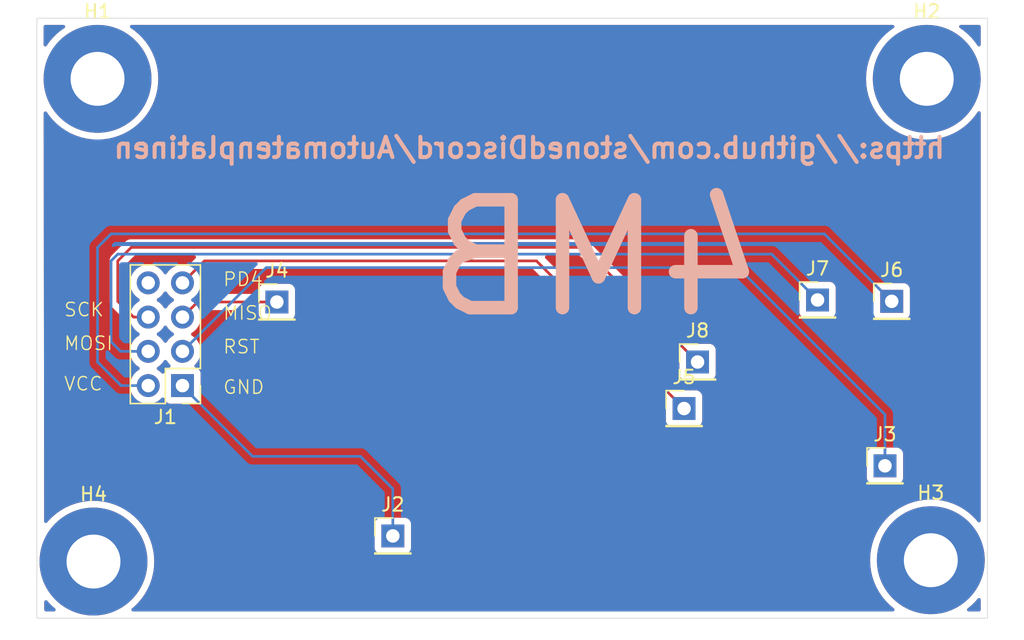
<source format=kicad_pcb>
(kicad_pcb (version 20240108) (generator "pcbnew") (generator_version "8.0")
  (layers (0 "F.Cu" signal) (31 "B.Cu" signal) (34 "B.Paste" user) (35 "F.Paste" user) (36 "B.SilkS" user "B.Silkscreen") (37 "F.SilkS" user "F.Silkscreen") (38 "B.Mask" user) (39 "F.Mask" user) (44 "Edge.Cuts" user))
  (net 0 "")
  (net 1 "Net-(J1-Pin_6)")
  (net 2 "Net-(J1-Pin_4)")
  (net 3 "Net-(J1-Pin_3)")
  (net 4 "/GND")
  (net 5 "Net-(J1-Pin_5)")
  (net 6 "Net-(J1-Pin_7)")
  (net 8 "Net-(J1-Pin_2)")
  (footprint "Connector_PinHeader_2.54mm:PinHeader_1x01_P2.54mm_Vertical" (layer "F.Cu") (at 173.9 101.2)
    (property "Reference" "J3" (at 0 -2.33 0) (layer "F.SilkS"))
    (property "Value" "Conn_01x01_Pin")
    (fp_line (start -1.33 -1.33) (end 0 -1.33) (stroke (width 0.12)) (layer "F.SilkS"))
    (fp_line (start -1.33 0) (end -1.33 -1.33) (stroke (width 0.12)) (layer "F.SilkS"))
    (fp_line (start -1.33 1.27) (end -1.33 1.33) (stroke (width 0.12)) (layer "F.SilkS"))
    (fp_line (start -1.33 1.27) (end 1.33 1.27) (stroke (width 0.12)) (layer "F.SilkS"))
    (fp_line (start -1.33 1.33) (end 1.33 1.33) (stroke (width 0.12)) (layer "F.SilkS"))
    (fp_line (start 1.33 1.27) (end 1.33 1.33) (stroke (width 0.12)) (layer "F.SilkS"))
    (pad "1" thru_hole rect (at 0 0) (size 1.7 1.7) (drill 1) (layers "*.Cu" "*.Mask") (net 3 "Net-(J1-Pin_3)"))
  )
  (footprint "Connector_PinHeader_2.54mm:PinHeader_1x01_P2.54mm_Vertical" (layer "F.Cu") (at 137.4 106.4)
    (property "Reference" "J2" (at 0 -2.33 0) (layer "F.SilkS"))
    (property "Value" "Conn_01x01_Pin")
    (fp_line (start -1.33 -1.33) (end 0 -1.33) (stroke (width 0.12)) (layer "F.SilkS"))
    (fp_line (start -1.33 0) (end -1.33 -1.33) (stroke (width 0.12)) (layer "F.SilkS"))
    (fp_line (start -1.33 1.27) (end -1.33 1.33) (stroke (width 0.12)) (layer "F.SilkS"))
    (fp_line (start -1.33 1.27) (end 1.33 1.27) (stroke (width 0.12)) (layer "F.SilkS"))
    (fp_line (start -1.33 1.33) (end 1.33 1.33) (stroke (width 0.12)) (layer "F.SilkS"))
    (fp_line (start 1.33 1.27) (end 1.33 1.33) (stroke (width 0.12)) (layer "F.SilkS"))
    (pad "1" thru_hole rect (at 0 0) (size 1.7 1.7) (drill 1) (layers "*.Cu" "*.Mask") (net 4 "/GND"))
  )
  (footprint "MountingHole:MountingHole_4mm_Pad" (layer "F.Cu") (at 115.2 108.3)
    (property "Reference" "H4" (at 0 -5 0) (layer "F.SilkS"))
    (property "Value" "MountingHole_Pad")
    (pad "1" thru_hole circle (at 0 0) (size 8 8) (drill 4) (layers "*.Cu" "*.Mask"))
  )
  (footprint "Connector_PinHeader_2.54mm:PinHeader_2x04_P2.54mm_Vertical" (layer "F.Cu") (at 121.8 95.25 180)
    (property "Reference" "J1" (at 1.27 -2.33 0) (layer "F.SilkS"))
    (property "Value" "Conn_02x04_Odd_Even")
    (fp_line (start 3.87 -1.33) (end 3.87 8.95) (stroke (width 0.12)) (layer "F.SilkS"))
    (fp_line (start 1.27 1.27) (end 1.27 -1.33) (stroke (width 0.12)) (layer "F.SilkS"))
    (fp_line (start 1.27 -1.33) (end 3.87 -1.33) (stroke (width 0.12)) (layer "F.SilkS"))
    (fp_line (start -1.33 8.95) (end 3.87 8.95) (stroke (width 0.12)) (layer "F.SilkS"))
    (fp_line (start -1.33 1.27) (end 1.27 1.27) (stroke (width 0.12)) (layer "F.SilkS"))
    (fp_line (start -1.33 1.27) (end -1.33 8.95) (stroke (width 0.12)) (layer "F.SilkS"))
    (fp_line (start -1.33 0) (end -1.33 -1.33) (stroke (width 0.12)) (layer "F.SilkS"))
    (fp_line (start -1.33 -1.33) (end 0 -1.33) (stroke (width 0.12)) (layer "F.SilkS"))
    (pad "1" thru_hole rect (at 0 0 180) (size 1.7 1.7) (drill 1) (layers "*.Cu" "*.Mask") (net 4 "/GND"))
    (pad "2" thru_hole oval (at 2.54 0 180) (size 1.7 1.7) (drill 1) (layers "*.Cu" "*.Mask") (net 8 "Net-(J1-Pin_2)"))
    (pad "3" thru_hole oval (at 0 2.54 180) (size 1.7 1.7) (drill 1) (layers "*.Cu" "*.Mask") (net 3 "Net-(J1-Pin_3)"))
    (pad "4" thru_hole oval (at 2.54 2.54 180) (size 1.7 1.7) (drill 1) (layers "*.Cu" "*.Mask") (net 2 "Net-(J1-Pin_4)"))
    (pad "5" thru_hole oval (at 0 5.08 180) (size 1.7 1.7) (drill 1) (layers "*.Cu" "*.Mask") (net 5 "Net-(J1-Pin_5)"))
    (pad "6" thru_hole oval (at 2.54 5.08 180) (size 1.7 1.7) (drill 1) (layers "*.Cu" "*.Mask") (net 1 "Net-(J1-Pin_6)"))
    (pad "7" thru_hole oval (at 0 7.62 180) (size 1.7 1.7) (drill 1) (layers "*.Cu" "*.Mask") (net 6 "Net-(J1-Pin_7)"))
    (pad "8" thru_hole oval (at 2.54 7.62 180) (size 1.7 1.7) (drill 1) (layers "*.Cu" "*.Mask"))
  )
  (footprint "MountingHole:MountingHole_4mm_Pad" (layer "F.Cu") (at 177.3 108.2)
    (property "Reference" "H3" (at 0 -5 0) (layer "F.SilkS"))
    (property "Value" "MountingHole_Pad")
    (pad "1" thru_hole circle (at 0 0) (size 8 8) (drill 4) (layers "*.Cu" "*.Mask"))
  )
  (footprint "MountingHole:MountingHole_4mm_Pad" (layer "F.Cu") (at 177 72.5)
    (property "Reference" "H2" (at 0 -5 0) (layer "F.SilkS"))
    (property "Value" "MountingHole_Pad")
    (pad "1" thru_hole circle (at 0 0) (size 8 8) (drill 4) (layers "*.Cu" "*.Mask"))
  )
  (footprint "Connector_PinHeader_2.54mm:PinHeader_1x01_P2.54mm_Vertical" (layer "F.Cu") (at 128.8 89.05)
    (property "Reference" "J4" (at 0 -2.33 0) (layer "F.SilkS"))
    (property "Value" "Conn_01x01_Pin")
    (fp_line (start -1.33 -1.33) (end 0 -1.33) (stroke (width 0.12)) (layer "F.SilkS"))
    (fp_line (start -1.33 0) (end -1.33 -1.33) (stroke (width 0.12)) (layer "F.SilkS"))
    (fp_line (start -1.33 1.27) (end -1.33 1.33) (stroke (width 0.12)) (layer "F.SilkS"))
    (fp_line (start -1.33 1.27) (end 1.33 1.27) (stroke (width 0.12)) (layer "F.SilkS"))
    (fp_line (start -1.33 1.33) (end 1.33 1.33) (stroke (width 0.12)) (layer "F.SilkS"))
    (fp_line (start 1.33 1.27) (end 1.33 1.33) (stroke (width 0.12)) (layer "F.SilkS"))
    (pad "1" thru_hole rect (at 0 0) (size 1.7 1.7) (drill 1) (layers "*.Cu" "*.Mask") (net 5 "Net-(J1-Pin_5)"))
  )
  (footprint "Connector_PinHeader_2.54mm:PinHeader_1x01_P2.54mm_Vertical" (layer "F.Cu") (at 174.4 89)
    (property "Reference" "J6" (at 0 -2.33 0) (layer "F.SilkS"))
    (property "Value" "Conn_01x01_Pin")
    (fp_line (start -1.33 -1.33) (end 0 -1.33) (stroke (width 0.12)) (layer "F.SilkS"))
    (fp_line (start -1.33 0) (end -1.33 -1.33) (stroke (width 0.12)) (layer "F.SilkS"))
    (fp_line (start -1.33 1.27) (end -1.33 1.33) (stroke (width 0.12)) (layer "F.SilkS"))
    (fp_line (start -1.33 1.27) (end 1.33 1.27) (stroke (width 0.12)) (layer "F.SilkS"))
    (fp_line (start -1.33 1.33) (end 1.33 1.33) (stroke (width 0.12)) (layer "F.SilkS"))
    (fp_line (start 1.33 1.27) (end 1.33 1.33) (stroke (width 0.12)) (layer "F.SilkS"))
    (pad "1" thru_hole rect (at 0 0) (size 1.7 1.7) (drill 1) (layers "*.Cu" "*.Mask") (net 8 "Net-(J1-Pin_2)"))
  )
  (footprint "MountingHole:MountingHole_4mm_Pad" (layer "F.Cu") (at 115.5 72.5)
    (property "Reference" "H1" (at 0 -5 0) (layer "F.SilkS"))
    (property "Value" "MountingHole_Pad")
    (pad "1" thru_hole circle (at 0 0) (size 8 8) (drill 4) (layers "*.Cu" "*.Mask"))
  )
  (footprint "Connector_PinHeader_2.54mm:PinHeader_1x01_P2.54mm_Vertical" (layer "F.Cu") (at 159 96.95)
    (property "Reference" "J5" (at 0 -2.33 0) (layer "F.SilkS"))
    (property "Value" "Conn_01x01_Pin")
    (fp_line (start -1.33 -1.33) (end 0 -1.33) (stroke (width 0.12)) (layer "F.SilkS"))
    (fp_line (start -1.33 0) (end -1.33 -1.33) (stroke (width 0.12)) (layer "F.SilkS"))
    (fp_line (start -1.33 1.27) (end -1.33 1.33) (stroke (width 0.12)) (layer "F.SilkS"))
    (fp_line (start -1.33 1.27) (end 1.33 1.27) (stroke (width 0.12)) (layer "F.SilkS"))
    (fp_line (start -1.33 1.33) (end 1.33 1.33) (stroke (width 0.12)) (layer "F.SilkS"))
    (fp_line (start 1.33 1.27) (end 1.33 1.33) (stroke (width 0.12)) (layer "F.SilkS"))
    (pad "1" thru_hole rect (at 0 0) (size 1.7 1.7) (drill 1) (layers "*.Cu" "*.Mask") (net 6 "Net-(J1-Pin_7)"))
  )
  (footprint "Connector_PinHeader_2.54mm:PinHeader_1x01_P2.54mm_Vertical" (layer "F.Cu") (at 160 93.5)
    (property "Reference" "J8" (at 0 -2.33 0) (layer "F.SilkS"))
    (property "Value" "Conn_01x01_Pin")
    (fp_line (start -1.33 -1.33) (end 0 -1.33) (stroke (width 0.12)) (layer "F.SilkS"))
    (fp_line (start -1.33 0) (end -1.33 -1.33) (stroke (width 0.12)) (layer "F.SilkS"))
    (fp_line (start -1.33 1.27) (end -1.33 1.33) (stroke (width 0.12)) (layer "F.SilkS"))
    (fp_line (start -1.33 1.27) (end 1.33 1.27) (stroke (width 0.12)) (layer "F.SilkS"))
    (fp_line (start -1.33 1.33) (end 1.33 1.33) (stroke (width 0.12)) (layer "F.SilkS"))
    (fp_line (start 1.33 1.27) (end 1.33 1.33) (stroke (width 0.12)) (layer "F.SilkS"))
    (pad "1" thru_hole rect (at 0 0) (size 1.7 1.7) (drill 1) (layers "*.Cu" "*.Mask") (net 1 "Net-(J1-Pin_6)"))
  )
  (footprint "Connector_PinHeader_2.54mm:PinHeader_1x01_P2.54mm_Vertical" (layer "F.Cu") (at 168.9 88.9)
    (property "Reference" "J7" (at 0 -2.33 0) (layer "F.SilkS"))
    (property "Value" "Conn_01x01_Pin")
    (fp_line (start -1.33 -1.33) (end 0 -1.33) (stroke (width 0.12)) (layer "F.SilkS"))
    (fp_line (start -1.33 0) (end -1.33 -1.33) (stroke (width 0.12)) (layer "F.SilkS"))
    (fp_line (start -1.33 1.27) (end -1.33 1.33) (stroke (width 0.12)) (layer "F.SilkS"))
    (fp_line (start -1.33 1.27) (end 1.33 1.27) (stroke (width 0.12)) (layer "F.SilkS"))
    (fp_line (start -1.33 1.33) (end 1.33 1.33) (stroke (width 0.12)) (layer "F.SilkS"))
    (fp_line (start 1.33 1.27) (end 1.33 1.33) (stroke (width 0.12)) (layer "F.SilkS"))
    (pad "1" thru_hole rect (at 0 0) (size 1.7 1.7) (drill 1) (layers "*.Cu" "*.Mask") (net 2 "Net-(J1-Pin_4)"))
  )
  (gr_rect (start 111 68) (end 181.5 112.5) (stroke (width 0.05)) (fill none) (layer "Edge.Cuts"))
  (gr_text "4MB" (at 165.5 90.5 0) (layer "B.SilkS") (effects (font (size 8 8) (thickness 1)) (justify left bottom mirror)))
  (gr_text "https://github.com/stonedDiscord/Automatenplatinen" (at 178.5 78.5 0) (layer "B.SilkS") (effects (font (size 1.5 1.5) (thickness 0.3) (bold yes)) (justify left bottom mirror)))
  (gr_text "MISO" (at 124.75 90.45 0) (layer "F.SilkS") (effects (font (size 1 1) (thickness 0.1)) (justify left bottom)))
  (gr_text "SCK" (at 112.95 90.2 0) (layer "F.SilkS") (effects (font (size 1 1) (thickness 0.1)) (justify left bottom)))
  (gr_text "VCC" (at 112.95 95.7 0) (layer "F.SilkS") (effects (font (size 1 1) (thickness 0.1)) (justify left bottom)))
  (gr_text "PD4" (at 124.75 87.95 0) (layer "F.SilkS") (effects (font (size 1 1) (thickness 0.1)) (justify left bottom)))
  (gr_text "MOSI" (at 112.95 92.7 0) (layer "F.SilkS") (effects (font (size 1 1) (thickness 0.1)) (justify left bottom)))
  (gr_text "GND" (at 124.75 95.95 0) (layer "F.SilkS") (effects (font (size 1 1) (thickness 0.1)) (justify left bottom)))
  (gr_text "RST" (at 124.75 92.95 0) (layer "F.SilkS") (effects (font (size 1 1) (thickness 0.1)) (justify left bottom)))
  (segment (start 117 89) (end 117 86) (width 0.2) (layer "F.Cu") (net 1))
  (segment (start 118.17 90.17) (end 117 89) (width 0.2) (layer "F.Cu") (net 1))
  (segment (start 118 85) (end 151.5 85) (width 0.2) (layer "F.Cu") (net 1))
  (segment (start 117 86) (end 118 85) (width 0.2) (layer "F.Cu") (net 1))
  (segment (start 151.5 85) (end 160 93.5) (width 0.2) (layer "F.Cu") (net 1))
  (segment (start 119.26 90.17) (end 118.17 90.17) (width 0.2) (layer "F.Cu") (net 1))
  (segment (start 168.9 88.9) (end 165.5 85.5) (width 0.2) (layer "B.Cu") (net 2))
  (segment (start 117 85.5) (end 116.5 86) (width 0.2) (layer "B.Cu") (net 2))
  (segment (start 116.5 86) (end 116.5 92) (width 0.2) (layer "B.Cu") (net 2))
  (segment (start 117.21 92.71) (end 119.26 92.71) (width 0.2) (layer "B.Cu") (net 2))
  (segment (start 116.5 92) (end 117.21 92.71) (width 0.2) (layer "B.Cu") (net 2))
  (segment (start 165.5 85.5) (end 117 85.5) (width 0.2) (layer "B.Cu") (net 2))
  (segment (start 121.8 92.71) (end 128.01 86.5) (width 0.2) (layer "B.Cu") (net 3))
  (segment (start 128.01 86.5) (end 163 86.5) (width 0.2) (layer "B.Cu") (net 3))
  (segment (start 163 86.5) (end 173.9 97.4) (width 0.2) (layer "B.Cu") (net 3))
  (segment (start 173.9 97.4) (end 173.9 101.2) (width 0.2) (layer "B.Cu") (net 3))
  (segment (start 137.4 102.9) (end 137.4 106.4) (width 0.2) (layer "B.Cu") (net 4))
  (segment (start 121.8 95.25) (end 121.8 95.3) (width 0.2) (layer "B.Cu") (net 4))
  (segment (start 127 100.5) (end 135 100.5) (width 0.2) (layer "B.Cu") (net 4))
  (segment (start 135 100.5) (end 137.4 102.9) (width 0.2) (layer "B.Cu") (net 4))
  (segment (start 121.8 95.3) (end 127 100.5) (width 0.2) (layer "B.Cu") (net 4))
  (segment (start 122.92 89.05) (end 121.8 90.17) (width 0.2) (layer "F.Cu") (net 5))
  (segment (start 128.8 89.05) (end 122.92 89.05) (width 0.2) (layer "F.Cu") (net 5))
  (segment (start 123.43 86) (end 148.05 86) (width 0.2) (layer "F.Cu") (net 6))
  (segment (start 148.05 86) (end 159 96.95) (width 0.2) (layer "F.Cu") (net 6))
  (segment (start 121.8 87.63) (end 123.43 86) (width 0.2) (layer "F.Cu") (net 6))
  (segment (start 115.5 93.5) (end 115.5 85) (width 0.2) (layer "B.Cu") (net 8))
  (segment (start 115.5 85) (end 116.5 84) (width 0.2) (layer "B.Cu") (net 8))
  (segment (start 119.26 95.25) (end 117.25 95.25) (width 0.2) (layer "B.Cu") (net 8))
  (segment (start 169.4 84) (end 174.4 89) (width 0.2) (layer "B.Cu") (net 8))
  (segment (start 117.25 95.25) (end 115.5 93.5) (width 0.2) (layer "B.Cu") (net 8))
  (segment (start 116.5 84) (end 169.4 84) (width 0.2) (layer "B.Cu") (net 8))
  (zone (net 0) (net_name "") (layers "F&B.Cu") (connect_pads (clearance 0.5)) (min_thickness 0.25) (fill yes (thermal_gap 0.5) (thermal_bridge_width 0.5) (island_removal_mode 1) (island_area_min 10))
    (polygon (pts (xy 111.5 68.5) (xy 111.55 112) (xy 181 112) (xy 181 68.5)))
  )
)
</source>
